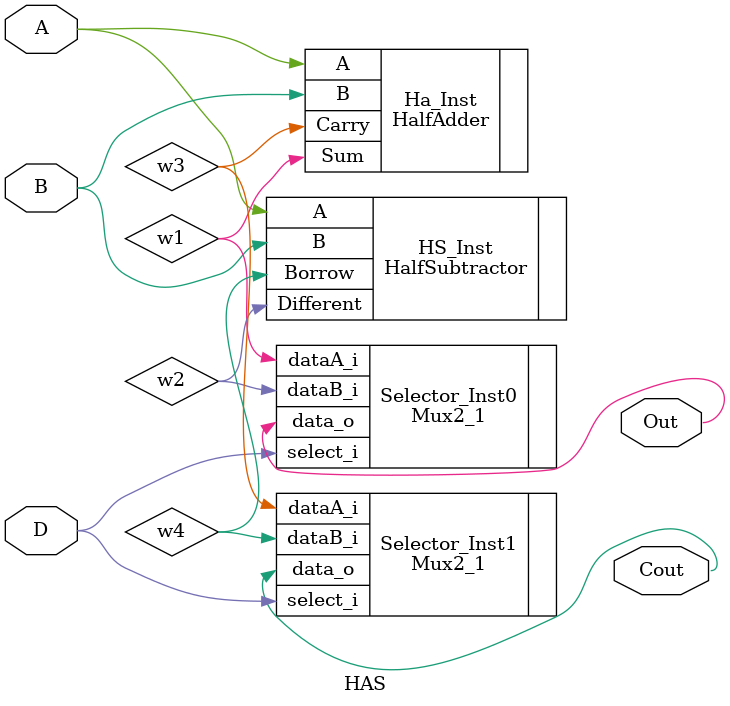
<source format=v>

module HAS(A, B, D, Out, Cout);
	input A, B, D;
	output Out, Cout;
	
	wire w1, w2, w3, w4;
	
	HalfAdder Ha_Inst(
		.A(A),
		.B(B),
		.Sum(w1),
		.Carry(w3)
	);
	
	HalfSubtractor HS_Inst(
		.A(A),
		.B(B),
		.Different(w2),
		.Borrow(w4)
	);
	
	Mux2_1 Selector_Inst0(
		.data_o(Out),
		.dataA_i(w1),
		.dataB_i(w2),
		.select_i(D)
	);
	
	Mux2_1 Selector_Inst1(
		.data_o(Cout),
		.dataA_i(w3),
		.dataB_i(w4),
		.select_i(D)
	);
endmodule
</source>
